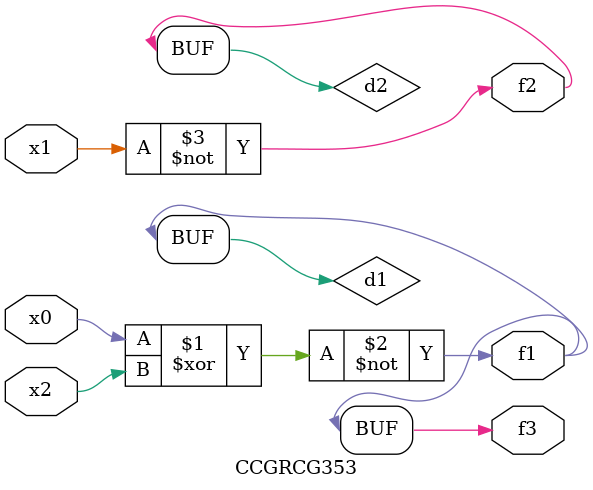
<source format=v>
module CCGRCG353(
	input x0, x1, x2,
	output f1, f2, f3
);

	wire d1, d2, d3;

	xnor (d1, x0, x2);
	nand (d2, x1);
	nor (d3, x1, x2);
	assign f1 = d1;
	assign f2 = d2;
	assign f3 = d1;
endmodule

</source>
